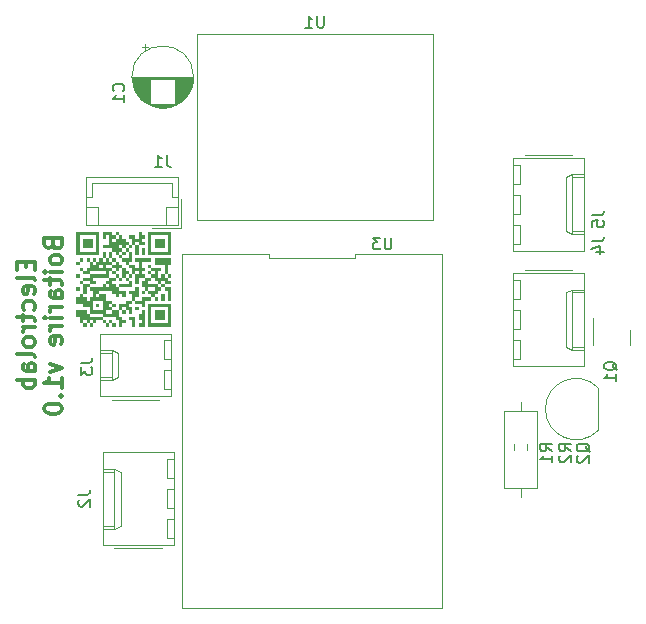
<source format=gbr>
%TF.GenerationSoftware,KiCad,Pcbnew,(5.99.0-10431-gb63c482347)*%
%TF.CreationDate,2021-08-10T09:59:27+02:00*%
%TF.ProjectId,boitarire,626f6974-6172-4697-9265-2e6b69636164,rev?*%
%TF.SameCoordinates,Original*%
%TF.FileFunction,Legend,Bot*%
%TF.FilePolarity,Positive*%
%FSLAX46Y46*%
G04 Gerber Fmt 4.6, Leading zero omitted, Abs format (unit mm)*
G04 Created by KiCad (PCBNEW (5.99.0-10431-gb63c482347)) date 2021-08-10 09:59:27*
%MOMM*%
%LPD*%
G01*
G04 APERTURE LIST*
%ADD10C,0.300000*%
%ADD11C,0.150000*%
%ADD12C,0.120000*%
G04 APERTURE END LIST*
D10*
X138992857Y-63878571D02*
X138992857Y-64378571D01*
X139778571Y-64592857D02*
X139778571Y-63878571D01*
X138278571Y-63878571D01*
X138278571Y-64592857D01*
X139778571Y-65450000D02*
X139707142Y-65307142D01*
X139564285Y-65235714D01*
X138278571Y-65235714D01*
X139707142Y-66592857D02*
X139778571Y-66450000D01*
X139778571Y-66164285D01*
X139707142Y-66021428D01*
X139564285Y-65950000D01*
X138992857Y-65950000D01*
X138850000Y-66021428D01*
X138778571Y-66164285D01*
X138778571Y-66450000D01*
X138850000Y-66592857D01*
X138992857Y-66664285D01*
X139135714Y-66664285D01*
X139278571Y-65950000D01*
X139707142Y-67950000D02*
X139778571Y-67807142D01*
X139778571Y-67521428D01*
X139707142Y-67378571D01*
X139635714Y-67307142D01*
X139492857Y-67235714D01*
X139064285Y-67235714D01*
X138921428Y-67307142D01*
X138850000Y-67378571D01*
X138778571Y-67521428D01*
X138778571Y-67807142D01*
X138850000Y-67950000D01*
X138778571Y-68378571D02*
X138778571Y-68950000D01*
X138278571Y-68592857D02*
X139564285Y-68592857D01*
X139707142Y-68664285D01*
X139778571Y-68807142D01*
X139778571Y-68950000D01*
X139778571Y-69450000D02*
X138778571Y-69450000D01*
X139064285Y-69450000D02*
X138921428Y-69521428D01*
X138850000Y-69592857D01*
X138778571Y-69735714D01*
X138778571Y-69878571D01*
X139778571Y-70592857D02*
X139707142Y-70450000D01*
X139635714Y-70378571D01*
X139492857Y-70307142D01*
X139064285Y-70307142D01*
X138921428Y-70378571D01*
X138850000Y-70450000D01*
X138778571Y-70592857D01*
X138778571Y-70807142D01*
X138850000Y-70950000D01*
X138921428Y-71021428D01*
X139064285Y-71092857D01*
X139492857Y-71092857D01*
X139635714Y-71021428D01*
X139707142Y-70950000D01*
X139778571Y-70807142D01*
X139778571Y-70592857D01*
X139778571Y-71950000D02*
X139707142Y-71807142D01*
X139564285Y-71735714D01*
X138278571Y-71735714D01*
X139778571Y-73164285D02*
X138992857Y-73164285D01*
X138850000Y-73092857D01*
X138778571Y-72950000D01*
X138778571Y-72664285D01*
X138850000Y-72521428D01*
X139707142Y-73164285D02*
X139778571Y-73021428D01*
X139778571Y-72664285D01*
X139707142Y-72521428D01*
X139564285Y-72450000D01*
X139421428Y-72450000D01*
X139278571Y-72521428D01*
X139207142Y-72664285D01*
X139207142Y-73021428D01*
X139135714Y-73164285D01*
X139778571Y-73878571D02*
X138278571Y-73878571D01*
X138850000Y-73878571D02*
X138778571Y-74021428D01*
X138778571Y-74307142D01*
X138850000Y-74450000D01*
X138921428Y-74521428D01*
X139064285Y-74592857D01*
X139492857Y-74592857D01*
X139635714Y-74521428D01*
X139707142Y-74450000D01*
X139778571Y-74307142D01*
X139778571Y-74021428D01*
X139707142Y-73878571D01*
X141292857Y-62407142D02*
X141364285Y-62621428D01*
X141435714Y-62692857D01*
X141578571Y-62764285D01*
X141792857Y-62764285D01*
X141935714Y-62692857D01*
X142007142Y-62621428D01*
X142078571Y-62478571D01*
X142078571Y-61907142D01*
X140578571Y-61907142D01*
X140578571Y-62407142D01*
X140650000Y-62550000D01*
X140721428Y-62621428D01*
X140864285Y-62692857D01*
X141007142Y-62692857D01*
X141150000Y-62621428D01*
X141221428Y-62550000D01*
X141292857Y-62407142D01*
X141292857Y-61907142D01*
X142078571Y-63621428D02*
X142007142Y-63478571D01*
X141935714Y-63407142D01*
X141792857Y-63335714D01*
X141364285Y-63335714D01*
X141221428Y-63407142D01*
X141150000Y-63478571D01*
X141078571Y-63621428D01*
X141078571Y-63835714D01*
X141150000Y-63978571D01*
X141221428Y-64050000D01*
X141364285Y-64121428D01*
X141792857Y-64121428D01*
X141935714Y-64050000D01*
X142007142Y-63978571D01*
X142078571Y-63835714D01*
X142078571Y-63621428D01*
X142078571Y-64764285D02*
X141078571Y-64764285D01*
X140578571Y-64764285D02*
X140650000Y-64692857D01*
X140721428Y-64764285D01*
X140650000Y-64835714D01*
X140578571Y-64764285D01*
X140721428Y-64764285D01*
X141078571Y-65264285D02*
X141078571Y-65835714D01*
X140578571Y-65478571D02*
X141864285Y-65478571D01*
X142007142Y-65550000D01*
X142078571Y-65692857D01*
X142078571Y-65835714D01*
X142078571Y-66978571D02*
X141292857Y-66978571D01*
X141150000Y-66907142D01*
X141078571Y-66764285D01*
X141078571Y-66478571D01*
X141150000Y-66335714D01*
X142007142Y-66978571D02*
X142078571Y-66835714D01*
X142078571Y-66478571D01*
X142007142Y-66335714D01*
X141864285Y-66264285D01*
X141721428Y-66264285D01*
X141578571Y-66335714D01*
X141507142Y-66478571D01*
X141507142Y-66835714D01*
X141435714Y-66978571D01*
X142078571Y-67692857D02*
X141078571Y-67692857D01*
X141364285Y-67692857D02*
X141221428Y-67764285D01*
X141150000Y-67835714D01*
X141078571Y-67978571D01*
X141078571Y-68121428D01*
X142078571Y-68621428D02*
X141078571Y-68621428D01*
X140578571Y-68621428D02*
X140650000Y-68550000D01*
X140721428Y-68621428D01*
X140650000Y-68692857D01*
X140578571Y-68621428D01*
X140721428Y-68621428D01*
X142078571Y-69335714D02*
X141078571Y-69335714D01*
X141364285Y-69335714D02*
X141221428Y-69407142D01*
X141150000Y-69478571D01*
X141078571Y-69621428D01*
X141078571Y-69764285D01*
X142007142Y-70835714D02*
X142078571Y-70692857D01*
X142078571Y-70407142D01*
X142007142Y-70264285D01*
X141864285Y-70192857D01*
X141292857Y-70192857D01*
X141150000Y-70264285D01*
X141078571Y-70407142D01*
X141078571Y-70692857D01*
X141150000Y-70835714D01*
X141292857Y-70907142D01*
X141435714Y-70907142D01*
X141578571Y-70192857D01*
X141078571Y-72550000D02*
X142078571Y-72907142D01*
X141078571Y-73264285D01*
X142078571Y-74621428D02*
X142078571Y-73764285D01*
X142078571Y-74192857D02*
X140578571Y-74192857D01*
X140792857Y-74050000D01*
X140935714Y-73907142D01*
X141007142Y-73764285D01*
X141935714Y-75264285D02*
X142007142Y-75335714D01*
X142078571Y-75264285D01*
X142007142Y-75192857D01*
X141935714Y-75264285D01*
X142078571Y-75264285D01*
X140578571Y-76264285D02*
X140578571Y-76407142D01*
X140650000Y-76550000D01*
X140721428Y-76621428D01*
X140864285Y-76692857D01*
X141150000Y-76764285D01*
X141507142Y-76764285D01*
X141792857Y-76692857D01*
X141935714Y-76621428D01*
X142007142Y-76550000D01*
X142078571Y-76407142D01*
X142078571Y-76264285D01*
X142007142Y-76121428D01*
X141935714Y-76050000D01*
X141792857Y-75978571D01*
X141507142Y-75907142D01*
X141150000Y-75907142D01*
X140864285Y-75978571D01*
X140721428Y-76050000D01*
X140650000Y-76121428D01*
X140578571Y-76264285D01*
D11*
%TO.C,U1*%
X164261904Y-43077380D02*
X164261904Y-43886904D01*
X164214285Y-43982142D01*
X164166666Y-44029761D01*
X164071428Y-44077380D01*
X163880952Y-44077380D01*
X163785714Y-44029761D01*
X163738095Y-43982142D01*
X163690476Y-43886904D01*
X163690476Y-43077380D01*
X162690476Y-44077380D02*
X163261904Y-44077380D01*
X162976190Y-44077380D02*
X162976190Y-43077380D01*
X163071428Y-43220238D01*
X163166666Y-43315476D01*
X163261904Y-43363095D01*
%TO.C,J4*%
X186952380Y-62166666D02*
X187666666Y-62166666D01*
X187809523Y-62119047D01*
X187904761Y-62023809D01*
X187952380Y-61880952D01*
X187952380Y-61785714D01*
X187285714Y-63071428D02*
X187952380Y-63071428D01*
X186904761Y-62833333D02*
X187619047Y-62595238D01*
X187619047Y-63214285D01*
%TO.C,J3*%
X143652380Y-72466666D02*
X144366666Y-72466666D01*
X144509523Y-72419047D01*
X144604761Y-72323809D01*
X144652380Y-72180952D01*
X144652380Y-72085714D01*
X143652380Y-72847619D02*
X143652380Y-73466666D01*
X144033333Y-73133333D01*
X144033333Y-73276190D01*
X144080952Y-73371428D01*
X144128571Y-73419047D01*
X144223809Y-73466666D01*
X144461904Y-73466666D01*
X144557142Y-73419047D01*
X144604761Y-73371428D01*
X144652380Y-73276190D01*
X144652380Y-72990476D01*
X144604761Y-72895238D01*
X144557142Y-72847619D01*
%TO.C,J1*%
X150933333Y-54852380D02*
X150933333Y-55566666D01*
X150980952Y-55709523D01*
X151076190Y-55804761D01*
X151219047Y-55852380D01*
X151314285Y-55852380D01*
X149933333Y-55852380D02*
X150504761Y-55852380D01*
X150219047Y-55852380D02*
X150219047Y-54852380D01*
X150314285Y-54995238D01*
X150409523Y-55090476D01*
X150504761Y-55138095D01*
%TO.C,J2*%
X143452380Y-83626666D02*
X144166666Y-83626666D01*
X144309523Y-83579047D01*
X144404761Y-83483809D01*
X144452380Y-83340952D01*
X144452380Y-83245714D01*
X143547619Y-84055238D02*
X143500000Y-84102857D01*
X143452380Y-84198095D01*
X143452380Y-84436190D01*
X143500000Y-84531428D01*
X143547619Y-84579047D01*
X143642857Y-84626666D01*
X143738095Y-84626666D01*
X143880952Y-84579047D01*
X144452380Y-84007619D01*
X144452380Y-84626666D01*
%TO.C,Q2*%
X186747619Y-80004761D02*
X186700000Y-79909523D01*
X186604761Y-79814285D01*
X186461904Y-79671428D01*
X186414285Y-79576190D01*
X186414285Y-79480952D01*
X186652380Y-79528571D02*
X186604761Y-79433333D01*
X186509523Y-79338095D01*
X186319047Y-79290476D01*
X185985714Y-79290476D01*
X185795238Y-79338095D01*
X185700000Y-79433333D01*
X185652380Y-79528571D01*
X185652380Y-79719047D01*
X185700000Y-79814285D01*
X185795238Y-79909523D01*
X185985714Y-79957142D01*
X186319047Y-79957142D01*
X186509523Y-79909523D01*
X186604761Y-79814285D01*
X186652380Y-79719047D01*
X186652380Y-79528571D01*
X185747619Y-80338095D02*
X185700000Y-80385714D01*
X185652380Y-80480952D01*
X185652380Y-80719047D01*
X185700000Y-80814285D01*
X185747619Y-80861904D01*
X185842857Y-80909523D01*
X185938095Y-80909523D01*
X186080952Y-80861904D01*
X186652380Y-80290476D01*
X186652380Y-80909523D01*
%TO.C,R1*%
X183552380Y-79933333D02*
X183076190Y-79600000D01*
X183552380Y-79361904D02*
X182552380Y-79361904D01*
X182552380Y-79742857D01*
X182600000Y-79838095D01*
X182647619Y-79885714D01*
X182742857Y-79933333D01*
X182885714Y-79933333D01*
X182980952Y-79885714D01*
X183028571Y-79838095D01*
X183076190Y-79742857D01*
X183076190Y-79361904D01*
X183552380Y-80885714D02*
X183552380Y-80314285D01*
X183552380Y-80600000D02*
X182552380Y-80600000D01*
X182695238Y-80504761D01*
X182790476Y-80409523D01*
X182838095Y-80314285D01*
%TO.C,J5*%
X186952380Y-59966666D02*
X187666666Y-59966666D01*
X187809523Y-59919047D01*
X187904761Y-59823809D01*
X187952380Y-59680952D01*
X187952380Y-59585714D01*
X186952380Y-60919047D02*
X186952380Y-60442857D01*
X187428571Y-60395238D01*
X187380952Y-60442857D01*
X187333333Y-60538095D01*
X187333333Y-60776190D01*
X187380952Y-60871428D01*
X187428571Y-60919047D01*
X187523809Y-60966666D01*
X187761904Y-60966666D01*
X187857142Y-60919047D01*
X187904761Y-60871428D01*
X187952380Y-60776190D01*
X187952380Y-60538095D01*
X187904761Y-60442857D01*
X187857142Y-60395238D01*
%TO.C,C1*%
X147257142Y-49433333D02*
X147304761Y-49385714D01*
X147352380Y-49242857D01*
X147352380Y-49147619D01*
X147304761Y-49004761D01*
X147209523Y-48909523D01*
X147114285Y-48861904D01*
X146923809Y-48814285D01*
X146780952Y-48814285D01*
X146590476Y-48861904D01*
X146495238Y-48909523D01*
X146400000Y-49004761D01*
X146352380Y-49147619D01*
X146352380Y-49242857D01*
X146400000Y-49385714D01*
X146447619Y-49433333D01*
X147352380Y-50385714D02*
X147352380Y-49814285D01*
X147352380Y-50100000D02*
X146352380Y-50100000D01*
X146495238Y-50004761D01*
X146590476Y-49909523D01*
X146638095Y-49814285D01*
%TO.C,U3*%
X169961904Y-61852380D02*
X169961904Y-62661904D01*
X169914285Y-62757142D01*
X169866666Y-62804761D01*
X169771428Y-62852380D01*
X169580952Y-62852380D01*
X169485714Y-62804761D01*
X169438095Y-62757142D01*
X169390476Y-62661904D01*
X169390476Y-61852380D01*
X169009523Y-61852380D02*
X168390476Y-61852380D01*
X168723809Y-62233333D01*
X168580952Y-62233333D01*
X168485714Y-62280952D01*
X168438095Y-62328571D01*
X168390476Y-62423809D01*
X168390476Y-62661904D01*
X168438095Y-62757142D01*
X168485714Y-62804761D01*
X168580952Y-62852380D01*
X168866666Y-62852380D01*
X168961904Y-62804761D01*
X169009523Y-62757142D01*
%TO.C,R2*%
X185152380Y-79933333D02*
X184676190Y-79600000D01*
X185152380Y-79361904D02*
X184152380Y-79361904D01*
X184152380Y-79742857D01*
X184200000Y-79838095D01*
X184247619Y-79885714D01*
X184342857Y-79933333D01*
X184485714Y-79933333D01*
X184580952Y-79885714D01*
X184628571Y-79838095D01*
X184676190Y-79742857D01*
X184676190Y-79361904D01*
X184247619Y-80314285D02*
X184200000Y-80361904D01*
X184152380Y-80457142D01*
X184152380Y-80695238D01*
X184200000Y-80790476D01*
X184247619Y-80838095D01*
X184342857Y-80885714D01*
X184438095Y-80885714D01*
X184580952Y-80838095D01*
X185152380Y-80266666D01*
X185152380Y-80885714D01*
%TO.C,Q1*%
X189047619Y-73104761D02*
X189000000Y-73009523D01*
X188904761Y-72914285D01*
X188761904Y-72771428D01*
X188714285Y-72676190D01*
X188714285Y-72580952D01*
X188952380Y-72628571D02*
X188904761Y-72533333D01*
X188809523Y-72438095D01*
X188619047Y-72390476D01*
X188285714Y-72390476D01*
X188095238Y-72438095D01*
X188000000Y-72533333D01*
X187952380Y-72628571D01*
X187952380Y-72819047D01*
X188000000Y-72914285D01*
X188095238Y-73009523D01*
X188285714Y-73057142D01*
X188619047Y-73057142D01*
X188809523Y-73009523D01*
X188904761Y-72914285D01*
X188952380Y-72819047D01*
X188952380Y-72628571D01*
X188952380Y-74009523D02*
X188952380Y-73438095D01*
X188952380Y-73723809D02*
X187952380Y-73723809D01*
X188095238Y-73628571D01*
X188190476Y-73533333D01*
X188238095Y-73438095D01*
D12*
%TO.C,U1*%
X153510000Y-44625000D02*
X153510000Y-60375000D01*
X173490000Y-60375000D02*
X173490000Y-44625000D01*
X153510000Y-60375000D02*
X173490000Y-60375000D01*
X173490000Y-44625000D02*
X153510000Y-44625000D01*
%TO.C,J4*%
X184710000Y-66500000D02*
X184710000Y-71080000D01*
X180220000Y-72710000D02*
X180220000Y-64870000D01*
X180820000Y-70530000D02*
X180820000Y-72130000D01*
X180220000Y-65450000D02*
X180820000Y-65450000D01*
X186240000Y-71080000D02*
X185240000Y-71080000D01*
X186240000Y-72710000D02*
X180220000Y-72710000D01*
X180820000Y-69590000D02*
X180220000Y-69590000D01*
X180820000Y-67990000D02*
X180820000Y-69590000D01*
X181250000Y-64580000D02*
X185250000Y-64580000D01*
X185240000Y-66250000D02*
X184710000Y-66500000D01*
X180220000Y-67990000D02*
X180820000Y-67990000D01*
X184710000Y-71080000D02*
X185240000Y-71330000D01*
X180820000Y-67050000D02*
X180220000Y-67050000D01*
X185240000Y-66250000D02*
X185240000Y-71330000D01*
X186240000Y-64870000D02*
X186240000Y-72710000D01*
X180820000Y-65450000D02*
X180820000Y-67050000D01*
X180220000Y-70530000D02*
X180820000Y-70530000D01*
X186240000Y-66250000D02*
X185240000Y-66250000D01*
X180220000Y-64870000D02*
X186240000Y-64870000D01*
X185240000Y-71330000D02*
X186240000Y-71330000D01*
X180820000Y-72130000D02*
X180220000Y-72130000D01*
X186240000Y-66500000D02*
X185240000Y-66500000D01*
%TO.C,J3*%
X151330000Y-74700000D02*
X150730000Y-74700000D01*
X145310000Y-73900000D02*
X146310000Y-73900000D01*
X145310000Y-71610000D02*
X146310000Y-71610000D01*
X150730000Y-74700000D02*
X150730000Y-73100000D01*
X151330000Y-69980000D02*
X151330000Y-75280000D01*
X150730000Y-72160000D02*
X150730000Y-70560000D01*
X151330000Y-75280000D02*
X145310000Y-75280000D01*
X145310000Y-73650000D02*
X146310000Y-73650000D01*
X150730000Y-70560000D02*
X151330000Y-70560000D01*
X146310000Y-73900000D02*
X146840000Y-73650000D01*
X146840000Y-71610000D02*
X146310000Y-71360000D01*
X146840000Y-73650000D02*
X146840000Y-71610000D01*
X150300000Y-75570000D02*
X146300000Y-75570000D01*
X150730000Y-73100000D02*
X151330000Y-73100000D01*
X151330000Y-72160000D02*
X150730000Y-72160000D01*
X146310000Y-73900000D02*
X146310000Y-71360000D01*
X145310000Y-75280000D02*
X145310000Y-69980000D01*
X145310000Y-69980000D02*
X151330000Y-69980000D01*
X146310000Y-71360000D02*
X145310000Y-71360000D01*
%TO.C,J1*%
X144140000Y-60760000D02*
X144140000Y-56740000D01*
X151360000Y-57240000D02*
X144640000Y-57240000D01*
X151860000Y-56740000D02*
X151860000Y-60760000D01*
X151860000Y-59260000D02*
X150860000Y-59260000D01*
X145140000Y-59260000D02*
X145140000Y-60760000D01*
X144640000Y-57240000D02*
X144640000Y-58450000D01*
X152160000Y-58560000D02*
X152160000Y-61060000D01*
X151360000Y-58450000D02*
X151360000Y-57240000D01*
X150860000Y-59260000D02*
X150860000Y-60760000D01*
X152160000Y-61060000D02*
X149660000Y-61060000D01*
X151860000Y-58450000D02*
X151360000Y-58450000D01*
X144140000Y-56740000D02*
X151860000Y-56740000D01*
X151860000Y-60760000D02*
X144140000Y-60760000D01*
X144140000Y-59260000D02*
X145140000Y-59260000D01*
X144640000Y-58450000D02*
X144140000Y-58450000D01*
%TO.C,J2*%
X150930000Y-82220000D02*
X150930000Y-80620000D01*
X145510000Y-86500000D02*
X146510000Y-86500000D01*
X150930000Y-80620000D02*
X151530000Y-80620000D01*
X150930000Y-85700000D02*
X151530000Y-85700000D01*
X146510000Y-86500000D02*
X147040000Y-86250000D01*
X151530000Y-87880000D02*
X145510000Y-87880000D01*
X150930000Y-87300000D02*
X150930000Y-85700000D01*
X145510000Y-81670000D02*
X146510000Y-81670000D01*
X151530000Y-80040000D02*
X151530000Y-87880000D01*
X150500000Y-88170000D02*
X146500000Y-88170000D01*
X145510000Y-86250000D02*
X146510000Y-86250000D01*
X151530000Y-84760000D02*
X150930000Y-84760000D01*
X146510000Y-81420000D02*
X145510000Y-81420000D01*
X150930000Y-84760000D02*
X150930000Y-83160000D01*
X147040000Y-86250000D02*
X147040000Y-81670000D01*
X150930000Y-83160000D02*
X151530000Y-83160000D01*
X145510000Y-80040000D02*
X151530000Y-80040000D01*
X145510000Y-87880000D02*
X145510000Y-80040000D01*
X146510000Y-86500000D02*
X146510000Y-81420000D01*
X147040000Y-81670000D02*
X146510000Y-81420000D01*
X151530000Y-82220000D02*
X150930000Y-82220000D01*
X151530000Y-87300000D02*
X150930000Y-87300000D01*
%TO.C,Q2*%
X187450000Y-74570000D02*
X187450000Y-78170000D01*
X187438478Y-74531522D02*
G75*
G03*
X183000000Y-76370000I-1838478J-1838478D01*
G01*
X187438478Y-78208478D02*
G75*
G02*
X183000000Y-76370000I-1838478J1838478D01*
G01*
%TO.C,R1*%
X181422500Y-79345276D02*
X181422500Y-79854724D01*
X180377500Y-79345276D02*
X180377500Y-79854724D01*
%TO.C,J5*%
X180820000Y-60780000D02*
X180820000Y-62380000D01*
X180220000Y-58240000D02*
X180820000Y-58240000D01*
X180820000Y-58240000D02*
X180820000Y-59840000D01*
X180820000Y-57300000D02*
X180220000Y-57300000D01*
X180820000Y-55700000D02*
X180820000Y-57300000D01*
X185240000Y-61580000D02*
X186240000Y-61580000D01*
X186240000Y-56750000D02*
X185240000Y-56750000D01*
X180220000Y-60780000D02*
X180820000Y-60780000D01*
X184710000Y-61330000D02*
X185240000Y-61580000D01*
X184710000Y-56750000D02*
X184710000Y-61330000D01*
X180820000Y-62380000D02*
X180220000Y-62380000D01*
X180820000Y-59840000D02*
X180220000Y-59840000D01*
X185240000Y-56500000D02*
X184710000Y-56750000D01*
X181250000Y-54830000D02*
X185250000Y-54830000D01*
X186240000Y-55120000D02*
X186240000Y-62960000D01*
X180220000Y-55700000D02*
X180820000Y-55700000D01*
X180220000Y-62960000D02*
X180220000Y-55120000D01*
X186240000Y-56500000D02*
X185240000Y-56500000D01*
X180220000Y-55120000D02*
X186240000Y-55120000D01*
X186240000Y-61330000D02*
X185240000Y-61330000D01*
X185240000Y-56500000D02*
X185240000Y-61580000D01*
X186240000Y-62960000D02*
X180220000Y-62960000D01*
%TO.C,C1*%
X151640000Y-50131000D02*
X152385000Y-50131000D01*
X151640000Y-48890000D02*
X153101000Y-48890000D01*
X149217000Y-50451000D02*
X149560000Y-50451000D01*
X151640000Y-49131000D02*
X153028000Y-49131000D01*
X151640000Y-49691000D02*
X152749000Y-49691000D01*
X151640000Y-50371000D02*
X152100000Y-50371000D01*
X148021000Y-48330000D02*
X153179000Y-48330000D01*
X148815000Y-50131000D02*
X149560000Y-50131000D01*
X148120000Y-48971000D02*
X149560000Y-48971000D01*
X151640000Y-50451000D02*
X151983000Y-50451000D01*
X151640000Y-50331000D02*
X152154000Y-50331000D01*
X148857000Y-50171000D02*
X149560000Y-50171000D01*
X151640000Y-50051000D02*
X152464000Y-50051000D01*
X148145000Y-49051000D02*
X149560000Y-49051000D01*
X151640000Y-50251000D02*
X152253000Y-50251000D01*
X148089000Y-48850000D02*
X149560000Y-48850000D01*
X148080000Y-48810000D02*
X149560000Y-48810000D01*
X148035000Y-48530000D02*
X149560000Y-48530000D01*
X151640000Y-49011000D02*
X153068000Y-49011000D01*
X149923000Y-50771000D02*
X151277000Y-50771000D01*
X148596000Y-49891000D02*
X149560000Y-49891000D01*
X151640000Y-49371000D02*
X152929000Y-49371000D01*
X149100000Y-50371000D02*
X149560000Y-50371000D01*
X151640000Y-48690000D02*
X153143000Y-48690000D01*
X148020000Y-48250000D02*
X153180000Y-48250000D01*
X151640000Y-49651000D02*
X152775000Y-49651000D01*
X151640000Y-48971000D02*
X153080000Y-48971000D01*
X148109000Y-48930000D02*
X149560000Y-48930000D01*
X148995000Y-50291000D02*
X149560000Y-50291000D01*
X151640000Y-48850000D02*
X153111000Y-48850000D01*
X148158000Y-49091000D02*
X149560000Y-49091000D01*
X151640000Y-49611000D02*
X152800000Y-49611000D01*
X150082000Y-50811000D02*
X151118000Y-50811000D01*
X151640000Y-49211000D02*
X152998000Y-49211000D01*
X149685000Y-50691000D02*
X151515000Y-50691000D01*
X151640000Y-50091000D02*
X152426000Y-50091000D01*
X151640000Y-48610000D02*
X153156000Y-48610000D01*
X148050000Y-48650000D02*
X149560000Y-48650000D01*
X148376000Y-49571000D02*
X149560000Y-49571000D01*
X151640000Y-49571000D02*
X152824000Y-49571000D01*
X148072000Y-48770000D02*
X149560000Y-48770000D01*
X151640000Y-49451000D02*
X152890000Y-49451000D01*
X151640000Y-48570000D02*
X153161000Y-48570000D01*
X151640000Y-48490000D02*
X153169000Y-48490000D01*
X148022000Y-48370000D02*
X153178000Y-48370000D01*
X151640000Y-48770000D02*
X153128000Y-48770000D01*
X151640000Y-48650000D02*
X153150000Y-48650000D01*
X148024000Y-48410000D02*
X153176000Y-48410000D01*
X151640000Y-50011000D02*
X152501000Y-50011000D01*
X151640000Y-49171000D02*
X153014000Y-49171000D01*
X148172000Y-49131000D02*
X149560000Y-49131000D01*
X151640000Y-49531000D02*
X152847000Y-49531000D01*
X148535000Y-49811000D02*
X149560000Y-49811000D01*
X148478000Y-49731000D02*
X149560000Y-49731000D01*
X148252000Y-49331000D02*
X149560000Y-49331000D01*
X149795000Y-50731000D02*
X151405000Y-50731000D01*
X148031000Y-48490000D02*
X149560000Y-48490000D01*
X151640000Y-48730000D02*
X153136000Y-48730000D01*
X151640000Y-48930000D02*
X153091000Y-48930000D01*
X148565000Y-49851000D02*
X149560000Y-49851000D01*
X148332000Y-49491000D02*
X149560000Y-49491000D01*
X151640000Y-49411000D02*
X152910000Y-49411000D01*
X151640000Y-50211000D02*
X152299000Y-50211000D01*
X148235000Y-49291000D02*
X149560000Y-49291000D01*
X148202000Y-49211000D02*
X149560000Y-49211000D01*
X151640000Y-50531000D02*
X151851000Y-50531000D01*
X151640000Y-49331000D02*
X152948000Y-49331000D01*
X148699000Y-50011000D02*
X149560000Y-50011000D01*
X148027000Y-48450000D02*
X153173000Y-48450000D01*
X151640000Y-49931000D02*
X152571000Y-49931000D01*
X148901000Y-50211000D02*
X149560000Y-50211000D01*
X148271000Y-49371000D02*
X149560000Y-49371000D01*
X148451000Y-49691000D02*
X149560000Y-49691000D01*
X149046000Y-50331000D02*
X149560000Y-50331000D01*
X151640000Y-49251000D02*
X152982000Y-49251000D01*
X151640000Y-49891000D02*
X152604000Y-49891000D01*
X149157000Y-50411000D02*
X149560000Y-50411000D01*
X149422000Y-50571000D02*
X151778000Y-50571000D01*
X151640000Y-49091000D02*
X153042000Y-49091000D01*
X148353000Y-49531000D02*
X149560000Y-49531000D01*
X151640000Y-49971000D02*
X152537000Y-49971000D01*
X151640000Y-49811000D02*
X152665000Y-49811000D01*
X149349000Y-50531000D02*
X149560000Y-50531000D01*
X148875000Y-45695225D02*
X149375000Y-45695225D01*
X149589000Y-50651000D02*
X151611000Y-50651000D01*
X151640000Y-50411000D02*
X152043000Y-50411000D01*
X151640000Y-48530000D02*
X153165000Y-48530000D01*
X148505000Y-49771000D02*
X149560000Y-49771000D01*
X151640000Y-50291000D02*
X152205000Y-50291000D01*
X148132000Y-49011000D02*
X149560000Y-49011000D01*
X148044000Y-48610000D02*
X149560000Y-48610000D01*
X151640000Y-49291000D02*
X152965000Y-49291000D01*
X151640000Y-49851000D02*
X152635000Y-49851000D01*
X148020000Y-48290000D02*
X153180000Y-48290000D01*
X151640000Y-49491000D02*
X152868000Y-49491000D01*
X148736000Y-50051000D02*
X149560000Y-50051000D01*
X151640000Y-49771000D02*
X152695000Y-49771000D01*
X148057000Y-48690000D02*
X149560000Y-48690000D01*
X148218000Y-49251000D02*
X149560000Y-49251000D01*
X148310000Y-49451000D02*
X149560000Y-49451000D01*
X150316000Y-50851000D02*
X150884000Y-50851000D01*
X148629000Y-49931000D02*
X149560000Y-49931000D01*
X151640000Y-49051000D02*
X153055000Y-49051000D01*
X148947000Y-50251000D02*
X149560000Y-50251000D01*
X148400000Y-49611000D02*
X149560000Y-49611000D01*
X148290000Y-49411000D02*
X149560000Y-49411000D01*
X149125000Y-45445225D02*
X149125000Y-45945225D01*
X151640000Y-50171000D02*
X152343000Y-50171000D01*
X148425000Y-49651000D02*
X149560000Y-49651000D01*
X151640000Y-49731000D02*
X152722000Y-49731000D01*
X148099000Y-48890000D02*
X149560000Y-48890000D01*
X148774000Y-50091000D02*
X149560000Y-50091000D01*
X148039000Y-48570000D02*
X149560000Y-48570000D01*
X149502000Y-50611000D02*
X151698000Y-50611000D01*
X148663000Y-49971000D02*
X149560000Y-49971000D01*
X151640000Y-48810000D02*
X153120000Y-48810000D01*
X148064000Y-48730000D02*
X149560000Y-48730000D01*
X148186000Y-49171000D02*
X149560000Y-49171000D01*
X149281000Y-50491000D02*
X149560000Y-50491000D01*
X151640000Y-50491000D02*
X151919000Y-50491000D01*
X153220000Y-48250000D02*
G75*
G03*
X153220000Y-48250000I-2620000J0D01*
G01*
%TO.C,U3*%
X152250000Y-63250000D02*
X159583334Y-63250000D01*
X174250000Y-93250000D02*
X152250000Y-93250000D01*
X152250000Y-93250000D02*
X152250000Y-63250000D01*
X166916666Y-63250000D02*
X174250000Y-63250000D01*
X166916666Y-63610000D02*
X166916666Y-63250000D01*
X159583334Y-63610000D02*
X166916666Y-63610000D01*
X174250000Y-63250000D02*
X174250000Y-93250000D01*
X159583334Y-63250000D02*
X159583334Y-63610000D01*
%TO.C,R2*%
X179530000Y-83070000D02*
X179530000Y-76530000D01*
X182270000Y-76530000D02*
X182270000Y-83070000D01*
X180900000Y-75760000D02*
X180900000Y-76530000D01*
X182270000Y-83070000D02*
X179530000Y-83070000D01*
X180900000Y-83840000D02*
X180900000Y-83070000D01*
X179530000Y-76530000D02*
X182270000Y-76530000D01*
%TO.C,Q1*%
X190160000Y-70300000D02*
X190160000Y-69650000D01*
X190160000Y-70300000D02*
X190160000Y-70950000D01*
X187040000Y-70300000D02*
X187040000Y-68625000D01*
X187040000Y-70300000D02*
X187040000Y-70950000D01*
%TO.C,G\u002A\u002A\u002A*%
G36*
X149647899Y-67187605D02*
G01*
X149114285Y-67187605D01*
X149114285Y-67721219D01*
X148820798Y-67721219D01*
X148820798Y-67454412D01*
X148287185Y-67454412D01*
X148287185Y-67187605D01*
X148820798Y-67187605D01*
X148820798Y-66894118D01*
X149647899Y-66894118D01*
X149647899Y-67187605D01*
G37*
G36*
X150768487Y-62758614D02*
G01*
X149941386Y-62758614D01*
X149941386Y-61931513D01*
X150768487Y-61931513D01*
X150768487Y-62758614D01*
G37*
G36*
X149114285Y-62491807D02*
G01*
X148553991Y-62491807D01*
X148553991Y-63318908D01*
X148287185Y-63318908D01*
X148287185Y-62491807D01*
X148553991Y-62491807D01*
X148553991Y-62225000D01*
X148287185Y-62225000D01*
X148287185Y-62491807D01*
X147993697Y-62491807D01*
X147993697Y-61931513D01*
X147726890Y-61931513D01*
X147726890Y-61664706D01*
X148287185Y-61664706D01*
X148287185Y-61931513D01*
X148553991Y-61931513D01*
X148553991Y-61397900D01*
X148820798Y-61397900D01*
X148820798Y-61664706D01*
X149114285Y-61664706D01*
X149114285Y-61931513D01*
X148820798Y-61931513D01*
X148820798Y-62225000D01*
X149114285Y-62225000D01*
X149114285Y-62491807D01*
G37*
G36*
X149114285Y-64973110D02*
G01*
X149114285Y-65239916D01*
X148553991Y-65239916D01*
X148553991Y-65800210D01*
X148287185Y-65800210D01*
X148287185Y-64973110D01*
X148553991Y-64973110D01*
X148553991Y-64706303D01*
X148287185Y-64706303D01*
X148287185Y-64973110D01*
X147993697Y-64973110D01*
X147993697Y-64412815D01*
X147726890Y-64412815D01*
X147726890Y-64146009D01*
X148287185Y-64146009D01*
X148287185Y-64412815D01*
X148553991Y-64412815D01*
X148553991Y-63879202D01*
X148287185Y-63879202D01*
X148287185Y-63585715D01*
X149647899Y-63585715D01*
X149647899Y-63879202D01*
X148820798Y-63879202D01*
X148820798Y-64412815D01*
X149114285Y-64412815D01*
X149114285Y-64706303D01*
X148820798Y-64706303D01*
X148820798Y-64973110D01*
X149114285Y-64973110D01*
G37*
G36*
X150768487Y-68841807D02*
G01*
X149941386Y-68841807D01*
X149941386Y-68014706D01*
X150768487Y-68014706D01*
X150768487Y-68841807D01*
G37*
G36*
X143858193Y-64706303D02*
G01*
X143591386Y-64706303D01*
X143591386Y-64412815D01*
X143858193Y-64412815D01*
X143858193Y-64706303D01*
G37*
G36*
X147993697Y-63879202D02*
G01*
X147726890Y-63879202D01*
X147726890Y-64146009D01*
X147460084Y-64146009D01*
X147460084Y-63879202D01*
X147166596Y-63879202D01*
X147166596Y-63585715D01*
X147726890Y-63585715D01*
X147726890Y-63052101D01*
X147993697Y-63052101D01*
X147993697Y-63879202D01*
G37*
G36*
X143858193Y-63879202D02*
G01*
X143591386Y-63879202D01*
X143591386Y-63585715D01*
X143858193Y-63585715D01*
X143858193Y-63879202D01*
G37*
G36*
X149647899Y-64412815D02*
G01*
X149381092Y-64412815D01*
X149381092Y-64146009D01*
X149647899Y-64146009D01*
X149647899Y-64412815D01*
G37*
G36*
X149647899Y-64973110D02*
G01*
X149381092Y-64973110D01*
X149381092Y-64706303D01*
X149647899Y-64706303D01*
X149647899Y-64973110D01*
G37*
G36*
X146899790Y-64146009D02*
G01*
X147166596Y-64146009D01*
X147166596Y-64412815D01*
X146899790Y-64412815D01*
X146899790Y-64706303D01*
X146632983Y-64706303D01*
X146632983Y-64973110D01*
X146899790Y-64973110D01*
X146899790Y-65239916D01*
X147166596Y-65239916D01*
X147166596Y-64412815D01*
X147460084Y-64412815D01*
X147460084Y-64706303D01*
X147726890Y-64706303D01*
X147726890Y-64973110D01*
X147460084Y-64973110D01*
X147460084Y-65239916D01*
X147726890Y-65239916D01*
X147726890Y-64973110D01*
X147993697Y-64973110D01*
X147993697Y-65239916D01*
X147726890Y-65239916D01*
X147726890Y-65533404D01*
X147460084Y-65533404D01*
X147460084Y-65239916D01*
X147166596Y-65239916D01*
X147166596Y-65533404D01*
X146899790Y-65533404D01*
X146899790Y-65239916D01*
X146632983Y-65239916D01*
X146632983Y-64973110D01*
X146339495Y-64973110D01*
X146339495Y-64706303D01*
X146632983Y-64706303D01*
X146632983Y-64412815D01*
X146339495Y-64412815D01*
X146339495Y-64146009D01*
X146632983Y-64146009D01*
X146632983Y-63879202D01*
X146899790Y-63879202D01*
X146899790Y-64146009D01*
G37*
G36*
X151302100Y-67187605D02*
G01*
X151035294Y-67187605D01*
X151035294Y-66360505D01*
X150768487Y-66360505D01*
X150768487Y-66067017D01*
X151302100Y-66067017D01*
X151302100Y-67187605D01*
G37*
G36*
X149114285Y-63318908D02*
G01*
X148820798Y-63318908D01*
X148820798Y-62758614D01*
X149114285Y-62758614D01*
X149114285Y-63318908D01*
G37*
G36*
X147726890Y-62758614D02*
G01*
X147726890Y-62491807D01*
X147993697Y-62491807D01*
X147993697Y-62758614D01*
X147726890Y-62758614D01*
X147726890Y-63052101D01*
X147460084Y-63052101D01*
X147460084Y-62758614D01*
X147166596Y-62758614D01*
X147166596Y-63052101D01*
X146899790Y-63052101D01*
X146899790Y-63318908D01*
X146632983Y-63318908D01*
X146632983Y-63052101D01*
X146339495Y-63052101D01*
X146339495Y-62758614D01*
X146899790Y-62758614D01*
X147166596Y-62758614D01*
X147166596Y-62491807D01*
X146899790Y-62491807D01*
X146899790Y-62758614D01*
X146339495Y-62758614D01*
X145512395Y-62758614D01*
X145512395Y-62491807D01*
X146072689Y-62491807D01*
X146072689Y-61664706D01*
X145805882Y-61664706D01*
X145805882Y-61931513D01*
X145512395Y-61931513D01*
X145512395Y-61397900D01*
X146339495Y-61397900D01*
X146339495Y-61664706D01*
X146632983Y-61664706D01*
X146632983Y-61397900D01*
X146899790Y-61397900D01*
X146899790Y-61664706D01*
X146632983Y-61664706D01*
X146632983Y-61931513D01*
X146339495Y-61931513D01*
X146339495Y-62225000D01*
X146632983Y-62225000D01*
X146632983Y-61931513D01*
X146899790Y-61931513D01*
X146899790Y-61664706D01*
X147166596Y-61664706D01*
X147166596Y-61931513D01*
X147460084Y-61931513D01*
X147460084Y-62225000D01*
X147726890Y-62225000D01*
X147726890Y-62491807D01*
X147460084Y-62491807D01*
X147460084Y-62758614D01*
X147726890Y-62758614D01*
G37*
G36*
X144685294Y-62758614D02*
G01*
X143858193Y-62758614D01*
X143858193Y-61931513D01*
X144685294Y-61931513D01*
X144685294Y-62758614D01*
G37*
G36*
X143858193Y-65800210D02*
G01*
X143591386Y-65800210D01*
X143591386Y-65533404D01*
X143858193Y-65533404D01*
X143858193Y-65800210D01*
G37*
G36*
X146632983Y-69402101D02*
G01*
X146339495Y-69402101D01*
X146339495Y-69108614D01*
X146632983Y-69108614D01*
X146632983Y-69402101D01*
G37*
G36*
X150208193Y-67187605D02*
G01*
X149941386Y-67187605D01*
X149941386Y-66894118D01*
X150208193Y-66894118D01*
X150208193Y-67187605D01*
G37*
G36*
X147993697Y-68281513D02*
G01*
X147726890Y-68281513D01*
X147726890Y-68014706D01*
X147460084Y-68014706D01*
X147460084Y-68281513D01*
X147166596Y-68281513D01*
X147166596Y-68014706D01*
X147460084Y-68014706D01*
X147460084Y-67721219D01*
X147166596Y-67721219D01*
X147166596Y-68014706D01*
X146899790Y-68014706D01*
X146899790Y-67454412D01*
X147460084Y-67454412D01*
X147460084Y-67187605D01*
X147993697Y-67187605D01*
X147993697Y-67454412D01*
X147726890Y-67454412D01*
X147726890Y-67721219D01*
X147993697Y-67721219D01*
X147993697Y-68281513D01*
G37*
G36*
X144418487Y-63879202D02*
G01*
X144151680Y-63879202D01*
X144151680Y-63585715D01*
X144418487Y-63585715D01*
X144418487Y-63879202D01*
G37*
G36*
X143591386Y-65239916D02*
G01*
X143297899Y-65239916D01*
X143297899Y-64973110D01*
X143591386Y-64973110D01*
X143591386Y-65239916D01*
G37*
G36*
X146339495Y-69108614D02*
G01*
X146072689Y-69108614D01*
X146072689Y-68841807D01*
X146339495Y-68841807D01*
X146339495Y-69108614D01*
G37*
G36*
X148553991Y-68014706D02*
G01*
X148287185Y-68014706D01*
X148287185Y-67721219D01*
X148553991Y-67721219D01*
X148553991Y-68014706D01*
G37*
G36*
X147166596Y-63585715D02*
G01*
X146899790Y-63585715D01*
X146899790Y-63318908D01*
X147166596Y-63318908D01*
X147166596Y-63585715D01*
G37*
G36*
X148553991Y-66894118D02*
G01*
X148287185Y-66894118D01*
X148287185Y-67187605D01*
X147993697Y-67187605D01*
X147993697Y-66627311D01*
X147726890Y-66627311D01*
X147726890Y-66360505D01*
X148287185Y-66360505D01*
X148287185Y-66067017D01*
X148553991Y-66067017D01*
X148553991Y-66894118D01*
G37*
G36*
X147460084Y-63318908D02*
G01*
X147166596Y-63318908D01*
X147166596Y-63052101D01*
X147460084Y-63052101D01*
X147460084Y-63318908D01*
G37*
G36*
X146632983Y-63879202D02*
G01*
X146339495Y-63879202D01*
X146339495Y-63585715D01*
X146632983Y-63585715D01*
X146632983Y-63879202D01*
G37*
G36*
X150768487Y-67187605D02*
G01*
X150475000Y-67187605D01*
X150475000Y-66627311D01*
X150768487Y-66627311D01*
X150768487Y-67187605D01*
G37*
G36*
X149381092Y-63318908D02*
G01*
X149381092Y-63052101D01*
X149647899Y-63052101D01*
X151035294Y-63052101D01*
X151035294Y-61664706D01*
X149647899Y-61664706D01*
X149647899Y-63052101D01*
X149381092Y-63052101D01*
X149381092Y-61397900D01*
X151302100Y-61397900D01*
X151302100Y-63318908D01*
X149381092Y-63318908D01*
G37*
G36*
X145805882Y-69108614D02*
G01*
X145512395Y-69108614D01*
X145512395Y-68841807D01*
X145805882Y-68841807D01*
X145805882Y-69108614D01*
G37*
G36*
X149381092Y-69402101D02*
G01*
X149381092Y-69108614D01*
X149647899Y-69108614D01*
X151035294Y-69108614D01*
X151035294Y-67721219D01*
X149647899Y-67721219D01*
X149647899Y-69108614D01*
X149381092Y-69108614D01*
X149381092Y-67454412D01*
X151302100Y-67454412D01*
X151302100Y-69402101D01*
X149381092Y-69402101D01*
G37*
G36*
X149114285Y-69402101D02*
G01*
X148553991Y-69402101D01*
X148553991Y-69108614D01*
X148820798Y-69108614D01*
X148820798Y-68841807D01*
X148553991Y-68841807D01*
X148553991Y-68281513D01*
X148820798Y-68281513D01*
X148820798Y-68014706D01*
X149114285Y-68014706D01*
X149114285Y-69402101D01*
G37*
G36*
X143591386Y-66360505D02*
G01*
X143297899Y-66360505D01*
X143297899Y-66067017D01*
X143591386Y-66067017D01*
X143591386Y-66360505D01*
G37*
G36*
X144685294Y-65239916D02*
G01*
X144685294Y-65533404D01*
X144978781Y-65533404D01*
X144978781Y-65800210D01*
X144418487Y-65800210D01*
X144418487Y-66067017D01*
X145512395Y-66067017D01*
X145805882Y-66067017D01*
X146072689Y-66067017D01*
X146072689Y-65800210D01*
X145805882Y-65800210D01*
X145805882Y-66067017D01*
X145512395Y-66067017D01*
X145512395Y-65800210D01*
X145805882Y-65800210D01*
X145805882Y-65533404D01*
X146072689Y-65533404D01*
X146072689Y-65239916D01*
X146632983Y-65239916D01*
X146632983Y-65533404D01*
X146339495Y-65533404D01*
X146339495Y-65800210D01*
X146632983Y-65800210D01*
X146632983Y-66067017D01*
X146899790Y-66067017D01*
X146899790Y-66360505D01*
X147460084Y-66360505D01*
X147460084Y-66894118D01*
X147166596Y-66894118D01*
X147166596Y-66627311D01*
X146899790Y-66627311D01*
X146899790Y-66894118D01*
X146632983Y-66894118D01*
X146632983Y-66627311D01*
X146339495Y-66627311D01*
X146339495Y-66360505D01*
X145245588Y-66360505D01*
X145245588Y-66627311D01*
X144978781Y-66627311D01*
X144978781Y-66894118D01*
X145245588Y-66894118D01*
X145245588Y-66627311D01*
X145805882Y-66627311D01*
X145805882Y-67187605D01*
X146339495Y-67187605D01*
X146339495Y-67454412D01*
X146072689Y-67454412D01*
X146072689Y-67721219D01*
X146339495Y-67721219D01*
X146339495Y-68014706D01*
X145805882Y-68014706D01*
X145805882Y-68281513D01*
X146339495Y-68281513D01*
X146339495Y-68014706D01*
X146899790Y-68014706D01*
X146899790Y-68548320D01*
X147166596Y-68548320D01*
X147166596Y-68841807D01*
X147460084Y-68841807D01*
X147460084Y-69108614D01*
X147166596Y-69108614D01*
X147166596Y-69402101D01*
X146899790Y-69402101D01*
X146899790Y-68841807D01*
X146632983Y-68841807D01*
X146632983Y-68548320D01*
X145512395Y-68548320D01*
X145512395Y-68841807D01*
X144978781Y-68841807D01*
X144978781Y-69108614D01*
X144685294Y-69108614D01*
X144685294Y-69402101D01*
X144418487Y-69402101D01*
X144418487Y-69108614D01*
X144685294Y-69108614D01*
X144685294Y-68841807D01*
X144418487Y-68841807D01*
X144418487Y-69108614D01*
X144151680Y-69108614D01*
X144151680Y-69402101D01*
X143858193Y-69402101D01*
X143858193Y-69108614D01*
X144151680Y-69108614D01*
X144151680Y-68841807D01*
X143858193Y-68841807D01*
X143858193Y-69108614D01*
X143591386Y-69108614D01*
X143591386Y-68548320D01*
X144418487Y-68548320D01*
X145512395Y-68548320D01*
X145512395Y-68281513D01*
X144418487Y-68281513D01*
X144418487Y-68548320D01*
X143591386Y-68548320D01*
X143297899Y-68548320D01*
X143297899Y-68014706D01*
X144151680Y-68014706D01*
X144151680Y-68281513D01*
X144418487Y-68281513D01*
X144418487Y-68014706D01*
X144685294Y-68014706D01*
X145512395Y-68014706D01*
X145512395Y-67187605D01*
X144685294Y-67187605D01*
X144685294Y-68014706D01*
X144418487Y-68014706D01*
X144418487Y-67721219D01*
X143858193Y-67721219D01*
X143858193Y-67454412D01*
X143297899Y-67454412D01*
X143297899Y-66894118D01*
X143591386Y-66894118D01*
X143591386Y-66627311D01*
X143858193Y-66627311D01*
X143858193Y-66894118D01*
X144151680Y-66894118D01*
X144151680Y-67187605D01*
X144418487Y-67187605D01*
X144418487Y-66894118D01*
X144685294Y-66894118D01*
X144685294Y-66360505D01*
X144418487Y-66360505D01*
X144418487Y-66067017D01*
X144151680Y-66067017D01*
X144151680Y-66627311D01*
X143858193Y-66627311D01*
X143858193Y-65800210D01*
X144418487Y-65800210D01*
X144418487Y-65533404D01*
X143858193Y-65533404D01*
X143858193Y-65239916D01*
X144418487Y-65239916D01*
X144418487Y-64973110D01*
X145805882Y-64973110D01*
X145805882Y-64706303D01*
X144418487Y-64706303D01*
X144418487Y-64973110D01*
X143858193Y-64973110D01*
X143858193Y-64706303D01*
X144151680Y-64706303D01*
X144151680Y-64412815D01*
X144418487Y-64412815D01*
X145245588Y-64412815D01*
X145512395Y-64412815D01*
X145512395Y-64146009D01*
X145245588Y-64146009D01*
X145245588Y-64412815D01*
X144418487Y-64412815D01*
X144418487Y-63879202D01*
X144685294Y-63879202D01*
X144685294Y-63585715D01*
X144978781Y-63585715D01*
X144978781Y-63879202D01*
X144685294Y-63879202D01*
X144685294Y-64146009D01*
X144978781Y-64146009D01*
X144978781Y-63879202D01*
X145245588Y-63879202D01*
X145245588Y-63585715D01*
X145512395Y-63585715D01*
X145512395Y-63052101D01*
X145805882Y-63052101D01*
X145805882Y-63585715D01*
X145512395Y-63585715D01*
X145512395Y-63879202D01*
X145805882Y-63879202D01*
X145805882Y-63585715D01*
X146072689Y-63585715D01*
X146072689Y-63879202D01*
X146339495Y-63879202D01*
X146339495Y-64146009D01*
X145805882Y-64146009D01*
X145805882Y-64412815D01*
X146339495Y-64412815D01*
X146339495Y-64706303D01*
X146072689Y-64706303D01*
X146072689Y-65239916D01*
X144685294Y-65239916D01*
G37*
G36*
X149114285Y-66627311D02*
G01*
X148820798Y-66627311D01*
X148820798Y-66360505D01*
X149114285Y-66360505D01*
X149114285Y-66627311D01*
G37*
G36*
X143591386Y-64146009D02*
G01*
X143297899Y-64146009D01*
X143297899Y-63879202D01*
X143591386Y-63879202D01*
X143591386Y-64146009D01*
G37*
G36*
X147993697Y-66067017D02*
G01*
X146899790Y-66067017D01*
X146899790Y-65800210D01*
X147726890Y-65800210D01*
X147726890Y-65533404D01*
X147993697Y-65533404D01*
X147993697Y-66067017D01*
G37*
G36*
X143297899Y-63318908D02*
G01*
X143297899Y-63052101D01*
X143591386Y-63052101D01*
X144978781Y-63052101D01*
X144978781Y-61664706D01*
X143591386Y-61664706D01*
X143591386Y-63052101D01*
X143297899Y-63052101D01*
X143297899Y-61397900D01*
X145245588Y-61397900D01*
X145245588Y-63318908D01*
X143297899Y-63318908D01*
G37*
G36*
X146072689Y-69402101D02*
G01*
X145805882Y-69402101D01*
X145805882Y-69108614D01*
X146072689Y-69108614D01*
X146072689Y-69402101D01*
G37*
G36*
X148287185Y-69402101D02*
G01*
X147993697Y-69402101D01*
X147993697Y-68841807D01*
X147726890Y-68841807D01*
X147726890Y-68548320D01*
X148287185Y-68548320D01*
X148287185Y-69402101D01*
G37*
G36*
X146339495Y-63585715D02*
G01*
X146072689Y-63585715D01*
X146072689Y-63052101D01*
X146339495Y-63052101D01*
X146339495Y-63585715D01*
G37*
G36*
X146632983Y-67721219D02*
G01*
X146339495Y-67721219D01*
X146339495Y-67454412D01*
X146632983Y-67454412D01*
X146632983Y-67721219D01*
G37*
G36*
X151302100Y-65800210D02*
G01*
X150768487Y-65800210D01*
X150768487Y-66067017D01*
X150475000Y-66067017D01*
X150475000Y-66360505D01*
X150208193Y-66360505D01*
X150208193Y-66627311D01*
X149941386Y-66627311D01*
X149941386Y-66894118D01*
X149647899Y-66894118D01*
X149647899Y-66627311D01*
X149381092Y-66627311D01*
X149381092Y-66360505D01*
X149941386Y-66360505D01*
X149941386Y-66067017D01*
X149381092Y-66067017D01*
X149381092Y-66360505D01*
X149114285Y-66360505D01*
X149114285Y-66067017D01*
X148820798Y-66067017D01*
X148820798Y-65533404D01*
X149114285Y-65533404D01*
X149381092Y-65533404D01*
X149381092Y-65800210D01*
X150208193Y-65800210D01*
X150208193Y-66067017D01*
X150475000Y-66067017D01*
X150475000Y-65800210D01*
X150768487Y-65800210D01*
X150768487Y-65533404D01*
X150475000Y-65533404D01*
X150475000Y-65800210D01*
X150208193Y-65800210D01*
X150208193Y-65533404D01*
X149941386Y-65533404D01*
X149941386Y-65239916D01*
X149647899Y-65239916D01*
X149647899Y-65533404D01*
X149381092Y-65533404D01*
X149114285Y-65533404D01*
X149114285Y-65239916D01*
X149647899Y-65239916D01*
X149647899Y-64973110D01*
X149941386Y-64973110D01*
X149941386Y-64706303D01*
X149647899Y-64706303D01*
X149647899Y-64412815D01*
X150475000Y-64412815D01*
X150475000Y-64706303D01*
X150208193Y-64706303D01*
X150208193Y-65239916D01*
X150475000Y-65239916D01*
X150475000Y-64973110D01*
X150768487Y-64973110D01*
X150768487Y-64146009D01*
X149941386Y-64146009D01*
X149941386Y-63585715D01*
X151302100Y-63585715D01*
X151302100Y-64146009D01*
X151035294Y-64146009D01*
X151035294Y-64973110D01*
X150768487Y-64973110D01*
X150768487Y-65239916D01*
X151035294Y-65239916D01*
X151035294Y-64973110D01*
X151302100Y-64973110D01*
X151302100Y-65239916D01*
X151035294Y-65239916D01*
X151035294Y-65533404D01*
X151302100Y-65533404D01*
X151302100Y-65800210D01*
G37*
G36*
X145245588Y-67721219D02*
G01*
X144978781Y-67721219D01*
X144978781Y-67454412D01*
X145245588Y-67454412D01*
X145245588Y-67721219D01*
G37*
%TD*%
M02*

</source>
